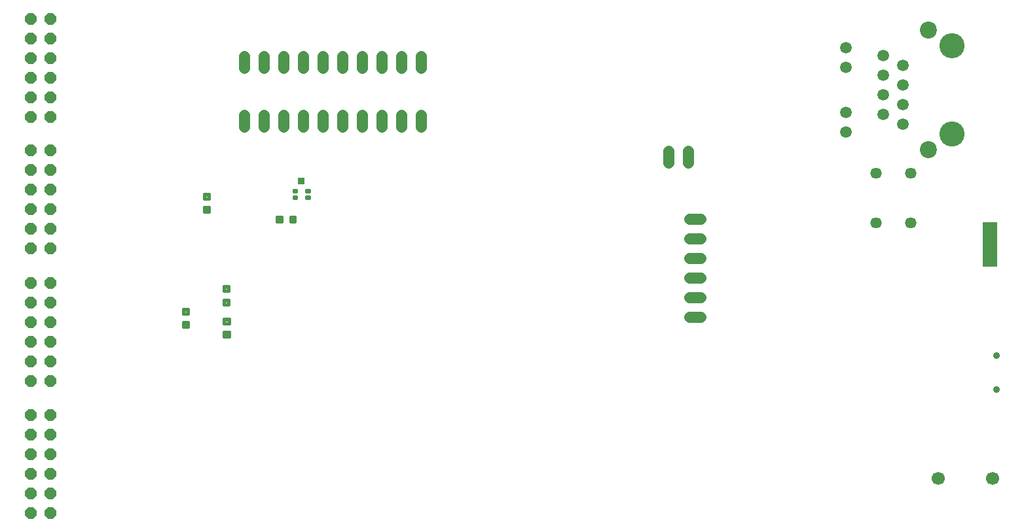
<source format=gbs>
G75*
%MOIN*%
%OFA0B0*%
%FSLAX25Y25*%
%IPPOS*%
%LPD*%
%AMOC8*
5,1,8,0,0,1.08239X$1,22.5*
%
%ADD10R,0.07800X0.22700*%
%ADD11R,0.03300X0.03400*%
%ADD12C,0.05800*%
%ADD13C,0.06693*%
%ADD14C,0.03543*%
%ADD15C,0.05906*%
%ADD16C,0.08661*%
%ADD17C,0.12800*%
%ADD18OC8,0.05800*%
%ADD19C,0.01819*%
%ADD20C,0.05737*%
%ADD21C,0.00904*%
%ADD22C,0.03248*%
D10*
X0527300Y0176507D03*
D11*
X0176850Y0208857D03*
D12*
X0177900Y0236657D02*
X0177900Y0242457D01*
X0167900Y0242457D02*
X0167900Y0236657D01*
X0157900Y0236657D02*
X0157900Y0242457D01*
X0147900Y0242457D02*
X0147900Y0236657D01*
X0187900Y0236657D02*
X0187900Y0242457D01*
X0197900Y0242457D02*
X0197900Y0236657D01*
X0207900Y0236657D02*
X0207900Y0242457D01*
X0217900Y0242457D02*
X0217900Y0236657D01*
X0227900Y0236657D02*
X0227900Y0242457D01*
X0237900Y0242457D02*
X0237900Y0236657D01*
X0237900Y0266657D02*
X0237900Y0272457D01*
X0227900Y0272457D02*
X0227900Y0266657D01*
X0217900Y0266657D02*
X0217900Y0272457D01*
X0207900Y0272457D02*
X0207900Y0266657D01*
X0197900Y0266657D02*
X0197900Y0272457D01*
X0187900Y0272457D02*
X0187900Y0266657D01*
X0177900Y0266657D02*
X0177900Y0272457D01*
X0167900Y0272457D02*
X0167900Y0266657D01*
X0157900Y0266657D02*
X0157900Y0272457D01*
X0147900Y0272457D02*
X0147900Y0266657D01*
X0363800Y0224157D02*
X0363800Y0218357D01*
X0373800Y0218357D02*
X0373800Y0224157D01*
X0374409Y0189748D02*
X0380209Y0189748D01*
X0380209Y0179748D02*
X0374409Y0179748D01*
X0374409Y0169748D02*
X0380209Y0169748D01*
X0380209Y0159748D02*
X0374409Y0159748D01*
X0374409Y0149748D02*
X0380209Y0149748D01*
X0380209Y0139748D02*
X0374409Y0139748D01*
D13*
X0501100Y0057257D03*
X0528659Y0057257D03*
D14*
X0530622Y0102486D03*
X0530622Y0119809D03*
D15*
X0454200Y0233857D03*
X0454200Y0243857D03*
X0473200Y0242857D03*
X0483200Y0247857D03*
X0473200Y0252857D03*
X0483200Y0257857D03*
X0473200Y0262857D03*
X0483200Y0267857D03*
X0473200Y0272857D03*
X0454200Y0276857D03*
X0454200Y0266857D03*
X0483200Y0237857D03*
D16*
X0496200Y0224857D03*
X0496200Y0285857D03*
D17*
X0508200Y0277857D03*
X0508200Y0232857D03*
D18*
X0039000Y0039557D03*
X0049000Y0039557D03*
X0049000Y0049557D03*
X0039000Y0049557D03*
X0039000Y0059557D03*
X0049000Y0059557D03*
X0049000Y0069557D03*
X0039000Y0069557D03*
X0039000Y0079557D03*
X0049000Y0079557D03*
X0049000Y0089557D03*
X0039000Y0089557D03*
X0039000Y0107057D03*
X0049000Y0107057D03*
X0049000Y0117057D03*
X0039000Y0117057D03*
X0039000Y0127057D03*
X0049000Y0127057D03*
X0049000Y0137057D03*
X0039000Y0137057D03*
X0039000Y0147057D03*
X0049000Y0147057D03*
X0049000Y0157057D03*
X0039000Y0157057D03*
X0039000Y0174557D03*
X0049000Y0174557D03*
X0049000Y0184557D03*
X0039000Y0184557D03*
X0039000Y0194557D03*
X0049000Y0194557D03*
X0049000Y0204557D03*
X0039000Y0204557D03*
X0039000Y0214557D03*
X0049000Y0214557D03*
X0049000Y0224557D03*
X0039000Y0224557D03*
X0039000Y0241757D03*
X0049000Y0241757D03*
X0049000Y0251757D03*
X0039000Y0251757D03*
X0039000Y0261757D03*
X0049000Y0261757D03*
X0049000Y0271757D03*
X0039000Y0271757D03*
X0039000Y0281757D03*
X0049000Y0281757D03*
X0049000Y0291757D03*
X0039000Y0291757D03*
D19*
X0129717Y0202360D02*
X0129717Y0200044D01*
X0127283Y0200044D01*
X0127283Y0202360D01*
X0129717Y0202360D01*
X0129717Y0201862D02*
X0127283Y0201862D01*
X0129717Y0195470D02*
X0129717Y0193154D01*
X0127283Y0193154D01*
X0127283Y0195470D01*
X0129717Y0195470D01*
X0129717Y0194972D02*
X0127283Y0194972D01*
X0164397Y0188240D02*
X0166713Y0188240D01*
X0164397Y0188240D02*
X0164397Y0190674D01*
X0166713Y0190674D01*
X0166713Y0188240D01*
X0166713Y0190058D02*
X0164397Y0190058D01*
X0171287Y0188240D02*
X0173603Y0188240D01*
X0171287Y0188240D02*
X0171287Y0190674D01*
X0173603Y0190674D01*
X0173603Y0188240D01*
X0173603Y0190058D02*
X0171287Y0190058D01*
X0137483Y0155310D02*
X0137483Y0152994D01*
X0137483Y0155310D02*
X0139917Y0155310D01*
X0139917Y0152994D01*
X0137483Y0152994D01*
X0137483Y0154812D02*
X0139917Y0154812D01*
X0137483Y0148420D02*
X0137483Y0146104D01*
X0137483Y0148420D02*
X0139917Y0148420D01*
X0139917Y0146104D01*
X0137483Y0146104D01*
X0137483Y0147922D02*
X0139917Y0147922D01*
X0116683Y0143760D02*
X0116683Y0141444D01*
X0116683Y0143760D02*
X0119117Y0143760D01*
X0119117Y0141444D01*
X0116683Y0141444D01*
X0116683Y0143262D02*
X0119117Y0143262D01*
X0116683Y0136870D02*
X0116683Y0134554D01*
X0116683Y0136870D02*
X0119117Y0136870D01*
X0119117Y0134554D01*
X0116683Y0134554D01*
X0116683Y0136372D02*
X0119117Y0136372D01*
X0137583Y0136444D02*
X0137583Y0138760D01*
X0140017Y0138760D01*
X0140017Y0136444D01*
X0137583Y0136444D01*
X0137583Y0138262D02*
X0140017Y0138262D01*
X0137583Y0131870D02*
X0137583Y0129554D01*
X0137583Y0131870D02*
X0140017Y0131870D01*
X0140017Y0129554D01*
X0137583Y0129554D01*
X0137583Y0131372D02*
X0140017Y0131372D01*
D20*
X0469300Y0187457D03*
X0487017Y0187457D03*
X0487017Y0213047D03*
X0469300Y0213047D03*
D21*
X0181172Y0204503D02*
X0179222Y0204503D01*
X0181172Y0204503D02*
X0181172Y0203353D01*
X0179222Y0203353D01*
X0179222Y0204503D01*
X0179222Y0204256D02*
X0181172Y0204256D01*
X0181172Y0201266D02*
X0179222Y0201266D01*
X0181172Y0201266D02*
X0181172Y0200116D01*
X0179222Y0200116D01*
X0179222Y0201266D01*
X0179222Y0201019D02*
X0181172Y0201019D01*
X0174578Y0201266D02*
X0172628Y0201266D01*
X0174578Y0201266D02*
X0174578Y0200116D01*
X0172628Y0200116D01*
X0172628Y0201266D01*
X0172628Y0201019D02*
X0174578Y0201019D01*
X0174578Y0204503D02*
X0172628Y0204503D01*
X0174578Y0204503D02*
X0174578Y0203353D01*
X0172628Y0203353D01*
X0172628Y0204503D01*
X0172628Y0204256D02*
X0174578Y0204256D01*
D22*
X0176900Y0208857D03*
M02*

</source>
